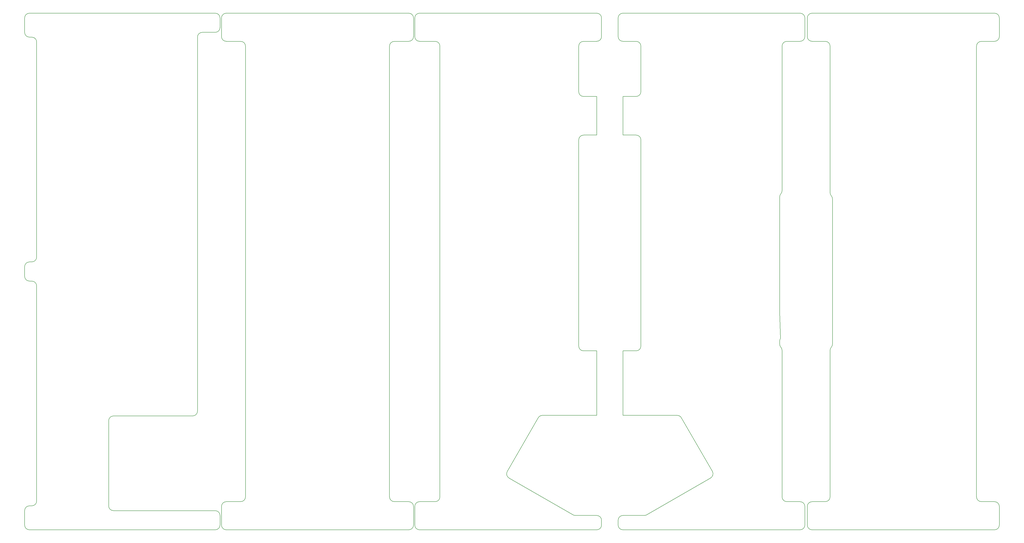
<source format=gbr>
%TF.GenerationSoftware,KiCad,Pcbnew,9.0.1*%
%TF.CreationDate,2025-04-05T23:02:22-07:00*%
%TF.ProjectId,FlexDeploySidePanels,466c6578-4465-4706-9c6f-795369646550,3.3*%
%TF.SameCoordinates,Original*%
%TF.FileFunction,Other,User*%
%FSLAX46Y46*%
G04 Gerber Fmt 4.6, Leading zero omitted, Abs format (unit mm)*
G04 Created by KiCad (PCBNEW 9.0.1) date 2025-04-05 23:02:22*
%MOMM*%
%LPD*%
G01*
G04 APERTURE LIST*
%ADD10C,0.200000*%
G04 APERTURE END LIST*
D10*
X125195400Y-269244400D02*
G75*
G02*
X127195400Y-267244400I2000000J0D01*
G01*
X415213400Y-312744400D02*
G75*
G02*
X413213400Y-314744400I-2000000J0D01*
G01*
X418213400Y-110994400D02*
G75*
G02*
X416213400Y-108994400I0J2000000D01*
G01*
X261195400Y-110994400D02*
X254705400Y-110994400D01*
X93195400Y-210994400D02*
G75*
G02*
X95195400Y-212994400I0J-2000000D01*
G01*
X418213400Y-302994400D02*
X423713400Y-302994400D01*
X418213400Y-110994400D02*
G75*
G02*
X416213400Y-108994400I0J2000000D01*
G01*
X413213400Y-99244400D02*
G75*
G02*
X415213400Y-101244400I0J-2000000D01*
G01*
X415213400Y-304994400D02*
X415213400Y-312744400D01*
X362024725Y-266995359D02*
X339413400Y-266995359D01*
X172195400Y-304994400D02*
X172195400Y-312744400D01*
X169595400Y-107244400D02*
X164195400Y-107244400D01*
X182195400Y-300994400D02*
G75*
G02*
X180195400Y-302994400I-2000000J0D01*
G01*
X321005400Y-112994400D02*
G75*
G02*
X323005400Y-110994400I2000000J0D01*
G01*
X182195400Y-300994400D02*
G75*
G02*
X180195400Y-302994400I-2000000J0D01*
G01*
X494213400Y-302994400D02*
G75*
G02*
X496213400Y-304994400I0J-2000000D01*
G01*
X242195400Y-112994400D02*
G75*
G02*
X244195400Y-110994400I2000000J0D01*
G01*
X93195400Y-210994400D02*
X92195400Y-210994400D01*
X92195400Y-109244400D02*
G75*
G02*
X90195400Y-107244400I0J2000000D01*
G01*
X405713400Y-239908101D02*
X405713400Y-300994400D01*
X162195400Y-265244400D02*
G75*
G02*
X160195400Y-267244400I-2000000J0D01*
G01*
X90195400Y-101244400D02*
X90195400Y-107244400D01*
X346913400Y-152094400D02*
X346913400Y-238094400D01*
X252705400Y-304994400D02*
X252705400Y-312744400D01*
X254705400Y-110994400D02*
G75*
G02*
X252705400Y-108994400I0J2000000D01*
G01*
X171595400Y-308744400D02*
X171595400Y-312744400D01*
X252705400Y-101244400D02*
X252705400Y-108994400D01*
X244195400Y-302994400D02*
X250195400Y-302994400D01*
X323005400Y-133994400D02*
G75*
G02*
X321005400Y-131994400I0J2000000D01*
G01*
X425713400Y-174080699D02*
X425713400Y-112994400D01*
X405213400Y-238585225D02*
G75*
G02*
X405713400Y-239908101I-1500000J-1322875D01*
G01*
X92195400Y-210994400D02*
X93195400Y-210994400D01*
X125195400Y-269244400D02*
X125195400Y-304744400D01*
X242195400Y-112994400D02*
G75*
G02*
X244195400Y-110994400I2000000J0D01*
G01*
X254705400Y-314744400D02*
X328505400Y-314744400D01*
X330505400Y-108994400D02*
G75*
G02*
X328505400Y-110994400I-2000000J0D01*
G01*
X494213400Y-99244400D02*
G75*
G02*
X496213400Y-101244400I0J-2000000D01*
G01*
X413213400Y-314744400D02*
X339413400Y-314744400D01*
X171595400Y-105244400D02*
G75*
G02*
X169595400Y-107244400I-2000000J0D01*
G01*
X339413400Y-110994400D02*
G75*
G02*
X337413400Y-108994400I0J2000000D01*
G01*
X252195400Y-312744400D02*
G75*
G02*
X250195400Y-314744400I-2000000J0D01*
G01*
X95195400Y-200994400D02*
G75*
G02*
X93195400Y-202994400I-2000000J0D01*
G01*
X416213400Y-101244400D02*
G75*
G02*
X418213400Y-99244400I2000000J0D01*
G01*
X162195400Y-223994400D02*
X162195400Y-189994400D01*
X413213400Y-110994400D02*
X407713400Y-110994400D01*
X90195400Y-204994400D02*
X90195400Y-208994400D01*
X339413400Y-110994400D02*
G75*
G02*
X337413400Y-108994400I0J2000000D01*
G01*
X242195400Y-300994400D02*
X242195400Y-281994400D01*
X488713400Y-302994400D02*
X494213400Y-302994400D01*
X321005400Y-152094400D02*
G75*
G02*
X323005400Y-150094400I2000000J0D01*
G01*
X346913400Y-131994400D02*
X346913400Y-112994400D01*
X252705400Y-304994400D02*
G75*
G02*
X254705400Y-302994400I2000000J0D01*
G01*
X95195400Y-302744400D02*
G75*
G02*
X93195400Y-304744400I-2000000J0D01*
G01*
X416213400Y-101244400D02*
G75*
G02*
X418213400Y-99244400I2000000J0D01*
G01*
X494213400Y-99244400D02*
X418213400Y-99244400D01*
X321005400Y-238094400D02*
X321005400Y-152094400D01*
X174195400Y-302994400D02*
X180195400Y-302994400D01*
X425713400Y-239908101D02*
G75*
G02*
X426213400Y-238585225I2000000J1D01*
G01*
X291971425Y-293110096D02*
G75*
G02*
X291239313Y-290378009I999975J1732096D01*
G01*
X494213400Y-302994400D02*
X488713400Y-302994400D01*
X330505400Y-108994400D02*
G75*
G02*
X328505400Y-110994400I-2000000J0D01*
G01*
X169595400Y-99244400D02*
G75*
G02*
X171595400Y-101244400I0J-2000000D01*
G01*
X494213400Y-314744400D02*
X418213400Y-314744400D01*
X344913400Y-110994400D02*
X339413400Y-110994400D01*
X242195400Y-269994400D02*
X242195400Y-143994400D01*
X407713400Y-110994400D02*
X413213400Y-110994400D01*
X346913400Y-238094400D02*
X346913400Y-152094400D01*
X407713400Y-302994400D02*
G75*
G02*
X405713400Y-300994400I0J2000000D01*
G01*
X337413400Y-101244400D02*
G75*
G02*
X339413400Y-99244400I2000000J0D01*
G01*
X496213400Y-312744400D02*
G75*
G02*
X494213400Y-314744400I-2000000J0D01*
G01*
X413213400Y-99244400D02*
X339413400Y-99244400D01*
X250195400Y-302994400D02*
G75*
G02*
X252195400Y-304994400I0J-2000000D01*
G01*
X321005400Y-131994400D02*
X321005400Y-112994400D01*
X318586733Y-308476451D02*
X291971425Y-293110096D01*
X494213400Y-302994400D02*
G75*
G02*
X496213400Y-304994400I0J-2000000D01*
G01*
X375947375Y-293110096D02*
X349332067Y-308476451D01*
X323005400Y-133994400D02*
X328505400Y-133994400D01*
X182195400Y-235994400D02*
X182195400Y-300994400D01*
X425713400Y-112994400D02*
X425713400Y-174080699D01*
X90195400Y-312744400D02*
X90195400Y-306744400D01*
X93195400Y-210994400D02*
G75*
G02*
X95195400Y-212994400I0J-2000000D01*
G01*
X323005400Y-240094400D02*
G75*
G02*
X321005400Y-238094400I0J2000000D01*
G01*
X319586733Y-308744400D02*
X328505400Y-308744400D01*
X418213400Y-110994400D02*
X423713400Y-110994400D01*
X339413400Y-110994400D02*
X344913400Y-110994400D01*
X90195400Y-204994400D02*
G75*
G02*
X92195400Y-202994400I2000000J0D01*
G01*
X252705400Y-312744400D02*
X252705400Y-304994400D01*
X496213400Y-108994400D02*
X496213400Y-101244400D01*
X337413400Y-101244400D02*
X337413400Y-108994400D01*
X346913400Y-238094400D02*
G75*
G02*
X344913400Y-240094400I-2000000J0D01*
G01*
X337413400Y-310744400D02*
G75*
G02*
X339413400Y-308744400I2000000J0D01*
G01*
X426213400Y-175403575D02*
G75*
G02*
X425713400Y-174080699I1500000J1322875D01*
G01*
X254705400Y-110994400D02*
X261195400Y-110994400D01*
X171595400Y-101244400D02*
X171595400Y-105244400D01*
X330505400Y-312744400D02*
G75*
G02*
X328505400Y-314744400I-2000000J0D01*
G01*
X339413400Y-314744400D02*
G75*
G02*
X337413400Y-312744400I0J2000000D01*
G01*
X291239375Y-290378045D02*
X304162024Y-267995359D01*
X405713400Y-173262349D02*
G75*
G02*
X405213425Y-174585247I-2000000J-51D01*
G01*
X346913400Y-112994400D02*
X346913400Y-131994400D01*
X330505400Y-310744400D02*
X330505400Y-312744400D01*
X162195400Y-265244400D02*
X162195400Y-235994400D01*
X252705400Y-101244400D02*
G75*
G02*
X254705400Y-99244400I2000000J0D01*
G01*
X337413400Y-312744400D02*
X337413400Y-310744400D01*
X182195400Y-112994400D02*
X182195400Y-177994400D01*
X254705400Y-110994400D02*
G75*
G02*
X252705400Y-108994400I0J2000000D01*
G01*
X407713400Y-302994400D02*
G75*
G02*
X405713400Y-300994400I0J2000000D01*
G01*
X413213400Y-99244400D02*
G75*
G02*
X415213400Y-101244400I0J-2000000D01*
G01*
X339413400Y-133994400D02*
X344913400Y-133994400D01*
X250195400Y-110994400D02*
X244195400Y-110994400D01*
X415213400Y-312744400D02*
X415213400Y-304994400D01*
X423713400Y-110994400D02*
X418213400Y-110994400D01*
X404713400Y-175908101D02*
G75*
G02*
X405213400Y-174585225I2000000J1D01*
G01*
X160195400Y-267244400D02*
X127195400Y-267244400D01*
X92195400Y-109244400D02*
X93195400Y-109244400D01*
X254705400Y-314744400D02*
G75*
G02*
X252705400Y-312744400I0J2000000D01*
G01*
X92195400Y-99244400D02*
X169595400Y-99244400D01*
X263195400Y-300994400D02*
G75*
G02*
X261195400Y-302994400I-2000000J0D01*
G01*
X252705400Y-108994400D02*
X252705400Y-101244400D01*
X93195400Y-109244400D02*
G75*
G02*
X95195400Y-111244400I0J-2000000D01*
G01*
X93195400Y-304744400D02*
X92195400Y-304744400D01*
X425713400Y-239908101D02*
X425713400Y-300994400D01*
X169595400Y-306744400D02*
G75*
G02*
X171595400Y-308744400I0J-2000000D01*
G01*
X169595400Y-314744400D02*
X92195400Y-314744400D01*
X93195400Y-109244400D02*
G75*
G02*
X95195400Y-111244400I0J-2000000D01*
G01*
X242195400Y-131994400D02*
X242195400Y-112994400D01*
X95195400Y-302744400D02*
G75*
G02*
X93195400Y-304744400I-2000000J0D01*
G01*
X250195400Y-99244400D02*
X174195400Y-99244400D01*
X172195400Y-304994400D02*
G75*
G02*
X174195400Y-302994400I2000000J0D01*
G01*
X321005400Y-112994400D02*
X321005400Y-131994400D01*
X376679425Y-290378045D02*
X363756776Y-267995359D01*
X426713400Y-237262349D02*
X426713400Y-176726451D01*
X169595400Y-99244400D02*
G75*
G02*
X171595400Y-101244400I0J-2000000D01*
G01*
X323005400Y-240094400D02*
X328505400Y-240094400D01*
X172195400Y-101244400D02*
G75*
G02*
X174195400Y-99244400I2000000J0D01*
G01*
X404713400Y-223994400D02*
X404718003Y-224130018D01*
X172195400Y-304994400D02*
G75*
G02*
X174195400Y-302994400I2000000J0D01*
G01*
X344913400Y-150094400D02*
X339413400Y-150094400D01*
X328505400Y-240094400D02*
X328505400Y-266995359D01*
X252195400Y-304994400D02*
X252195400Y-312744400D01*
X174195400Y-99244400D02*
X250195400Y-99244400D01*
X404713400Y-175908101D02*
G75*
G02*
X405213400Y-174585225I2000000J1D01*
G01*
X330505400Y-312744400D02*
G75*
G02*
X328505400Y-314744400I-2000000J0D01*
G01*
X92195400Y-304744400D02*
X93195400Y-304744400D01*
X415213400Y-108994400D02*
X415213400Y-101244400D01*
X404713400Y-235994400D02*
G75*
G02*
X405081477Y-234838187I2000000J0D01*
G01*
X162195400Y-265244400D02*
G75*
G02*
X160195400Y-267244400I-2000000J0D01*
G01*
X330505400Y-101244400D02*
X330505400Y-108994400D01*
X321005400Y-152094400D02*
X321005400Y-238094400D01*
X348332067Y-308744400D02*
X339413400Y-308744400D01*
X404718003Y-224130018D02*
X405081477Y-234838187D01*
X362024725Y-266995359D02*
G75*
G02*
X363756775Y-267995360I-25J-2000041D01*
G01*
X180195400Y-110994400D02*
G75*
G02*
X182195400Y-112994400I0J-2000000D01*
G01*
X90195400Y-306744400D02*
X90195400Y-312744400D01*
X496213400Y-312744400D02*
X496213400Y-304994400D01*
X291971425Y-293110096D02*
X318586733Y-308476451D01*
X92195400Y-109244400D02*
G75*
G02*
X90195400Y-107244400I0J2000000D01*
G01*
X346913400Y-131994400D02*
G75*
G02*
X344913400Y-133994400I-2000000J0D01*
G01*
X339413400Y-99244400D02*
X413213400Y-99244400D01*
X425713400Y-300994400D02*
G75*
G02*
X423713400Y-302994400I-2000000J0D01*
G01*
X415213400Y-108994400D02*
G75*
G02*
X413213400Y-110994400I-2000000J0D01*
G01*
X339413400Y-308744400D02*
X348332067Y-308744400D01*
X426713400Y-237262349D02*
G75*
G02*
X426213425Y-238585247I-2000000J-51D01*
G01*
X405713400Y-112994400D02*
G75*
G02*
X407713400Y-110994400I2000000J0D01*
G01*
X496213400Y-108994400D02*
G75*
G02*
X494213400Y-110994400I-2000000J0D01*
G01*
X328505400Y-308744400D02*
G75*
G02*
X330505400Y-310744400I0J-2000000D01*
G01*
X330505400Y-108994400D02*
X330505400Y-101244400D01*
X423713400Y-302994400D02*
X418213400Y-302994400D01*
X405713400Y-112994400D02*
X405713400Y-173262349D01*
X321005400Y-112994400D02*
G75*
G02*
X323005400Y-110994400I2000000J0D01*
G01*
X339413400Y-314744400D02*
X413213400Y-314744400D01*
X252195400Y-108994400D02*
G75*
G02*
X250195400Y-110994400I-2000000J0D01*
G01*
X486713400Y-112994400D02*
X486713400Y-300994400D01*
X376679425Y-290378045D02*
G75*
G02*
X375947339Y-293110034I-1732025J-999955D01*
G01*
X376679425Y-290378045D02*
G75*
G02*
X375947339Y-293110034I-1732025J-999955D01*
G01*
X261195400Y-302994400D02*
X254705400Y-302994400D01*
X423713400Y-110994400D02*
G75*
G02*
X425713400Y-112994400I0J-2000000D01*
G01*
X250195400Y-302994400D02*
X244195400Y-302994400D01*
X169595400Y-99244400D02*
X92195400Y-99244400D01*
X423713400Y-110994400D02*
G75*
G02*
X425713400Y-112994400I0J-2000000D01*
G01*
X404713400Y-237262349D02*
X404713400Y-235994400D01*
X405713400Y-300994400D02*
X405713400Y-239908101D01*
X92195400Y-210994400D02*
G75*
G02*
X90195400Y-208994400I0J2000000D01*
G01*
X92195400Y-210994400D02*
G75*
G02*
X90195400Y-208994400I0J2000000D01*
G01*
X95195400Y-200994400D02*
G75*
G02*
X93195400Y-202994400I-2000000J0D01*
G01*
X496213400Y-304994400D02*
X496213400Y-312744400D01*
X404713400Y-175908101D02*
X404713400Y-223994400D01*
X416213400Y-304994400D02*
G75*
G02*
X418213400Y-302994400I2000000J0D01*
G01*
X174195400Y-110994400D02*
G75*
G02*
X172195400Y-108994400I0J2000000D01*
G01*
X426213400Y-175403575D02*
G75*
G02*
X425713400Y-174080699I1500000J1322875D01*
G01*
X328505400Y-150094400D02*
X323005400Y-150094400D01*
X416213400Y-108994400D02*
X416213400Y-101244400D01*
X304162024Y-267995359D02*
G75*
G02*
X305894075Y-266995358I1732076J-1000041D01*
G01*
X92195400Y-314744400D02*
X169595400Y-314744400D01*
X263195400Y-112994400D02*
X263195400Y-131994400D01*
X162195400Y-109244400D02*
G75*
G02*
X164195400Y-107244400I2000000J0D01*
G01*
X172195400Y-101244400D02*
X172195400Y-108994400D01*
X319586733Y-308744400D02*
G75*
G02*
X318586725Y-308476465I-33J2000000D01*
G01*
X344913400Y-110994400D02*
G75*
G02*
X346913400Y-112994400I0J-2000000D01*
G01*
X174195400Y-314744400D02*
G75*
G02*
X172195400Y-312744400I0J2000000D01*
G01*
X425713400Y-300994400D02*
G75*
G02*
X423713400Y-302994400I-2000000J0D01*
G01*
X254705400Y-99244400D02*
X328505400Y-99244400D01*
X250195400Y-99244400D02*
G75*
G02*
X252195400Y-101244400I0J-2000000D01*
G01*
X171595400Y-312744400D02*
G75*
G02*
X169595400Y-314744400I-2000000J0D01*
G01*
X250195400Y-302994400D02*
G75*
G02*
X252195400Y-304994400I0J-2000000D01*
G01*
X263195400Y-300994400D02*
X263195400Y-112994400D01*
X405213400Y-238585225D02*
G75*
G02*
X405713400Y-239908101I-1500000J-1322875D01*
G01*
X413213400Y-302994400D02*
X407713400Y-302994400D01*
X488713400Y-302994400D02*
G75*
G02*
X486713400Y-300994400I0J2000000D01*
G01*
X328505400Y-99244400D02*
G75*
G02*
X330505400Y-101244400I0J-2000000D01*
G01*
X263195400Y-143994400D02*
X263195400Y-269994400D01*
X328505400Y-99244400D02*
X254705400Y-99244400D01*
X171595400Y-105244400D02*
X171595400Y-101244400D01*
X252195400Y-312744400D02*
G75*
G02*
X250195400Y-314744400I-2000000J0D01*
G01*
X339413400Y-314744400D02*
G75*
G02*
X337413400Y-312744400I0J2000000D01*
G01*
X328505400Y-110994400D02*
X323005400Y-110994400D01*
X344913400Y-150094400D02*
G75*
G02*
X346913400Y-152094400I0J-2000000D01*
G01*
X164195400Y-107244400D02*
X169595400Y-107244400D01*
X250195400Y-99244400D02*
G75*
G02*
X252195400Y-101244400I0J-2000000D01*
G01*
X425713400Y-239908101D02*
G75*
G02*
X426213400Y-238585225I2000000J1D01*
G01*
X418213400Y-99244400D02*
X494213400Y-99244400D01*
X162195400Y-177994400D02*
X162195400Y-109244400D01*
X496213400Y-108994400D02*
G75*
G02*
X494213400Y-110994400I-2000000J0D01*
G01*
X162195400Y-109244400D02*
G75*
G02*
X164195400Y-107244400I2000000J0D01*
G01*
X95195400Y-302744400D02*
X95195400Y-212994400D01*
X362024725Y-266995359D02*
G75*
G02*
X363756775Y-267995360I-25J-2000041D01*
G01*
X339413400Y-240094400D02*
X344913400Y-240094400D01*
X127195400Y-306744400D02*
X169595400Y-306744400D01*
X496213400Y-312744400D02*
G75*
G02*
X494213400Y-314744400I-2000000J0D01*
G01*
X328505400Y-314744400D02*
X254705400Y-314744400D01*
X363756776Y-267995359D02*
X376679425Y-290378045D01*
X242195400Y-112994400D02*
X242195400Y-300994400D01*
X90195400Y-204994400D02*
G75*
G02*
X92195400Y-202994400I2000000J0D01*
G01*
X404713400Y-223994400D02*
X404713400Y-189994400D01*
X90195400Y-306744400D02*
G75*
G02*
X92195400Y-304744400I2000000J0D01*
G01*
X90195400Y-107244400D02*
X90195400Y-101244400D01*
X90195400Y-101244400D02*
G75*
G02*
X92195400Y-99244400I2000000J0D01*
G01*
X252195400Y-101244400D02*
X252195400Y-108994400D01*
X95195400Y-212994400D02*
X95195400Y-302744400D01*
X263195400Y-300994400D02*
G75*
G02*
X261195400Y-302994400I-2000000J0D01*
G01*
X93195400Y-109244400D02*
X92195400Y-109244400D01*
X263195400Y-281994400D02*
X263195400Y-300994400D01*
X92195400Y-202994400D02*
X93195400Y-202994400D01*
X426213400Y-175403575D02*
G75*
G02*
X426713366Y-176726451I-1500000J-1322825D01*
G01*
X337413400Y-108994400D02*
X337413400Y-101244400D01*
X171595400Y-312744400D02*
G75*
G02*
X169595400Y-314744400I-2000000J0D01*
G01*
X418213400Y-314744400D02*
G75*
G02*
X416213400Y-312744400I0J2000000D01*
G01*
X413213400Y-302994400D02*
G75*
G02*
X415213400Y-304994400I0J-2000000D01*
G01*
X486713400Y-112994400D02*
G75*
G02*
X488713400Y-110994400I2000000J0D01*
G01*
X415213400Y-108994400D02*
G75*
G02*
X413213400Y-110994400I-2000000J0D01*
G01*
X418213400Y-314744400D02*
G75*
G02*
X416213400Y-312744400I0J2000000D01*
G01*
X425713400Y-300994400D02*
X425713400Y-239908101D01*
X261195400Y-110994400D02*
G75*
G02*
X263195400Y-112994400I0J-2000000D01*
G01*
X426713400Y-189994400D02*
X426713400Y-223994400D01*
X337413400Y-310744400D02*
G75*
G02*
X339413400Y-308744400I2000000J0D01*
G01*
X416213400Y-101244400D02*
X416213400Y-108994400D01*
X496213400Y-101244400D02*
X496213400Y-108994400D01*
X416213400Y-304994400D02*
X416213400Y-312744400D01*
X404713400Y-235994400D02*
X404713400Y-237262349D01*
X337413400Y-310744400D02*
X337413400Y-312744400D01*
X486713400Y-300994400D02*
X486713400Y-112994400D01*
X252195400Y-108994400D02*
G75*
G02*
X250195400Y-110994400I-2000000J0D01*
G01*
X330505400Y-312744400D02*
X330505400Y-310744400D01*
X416213400Y-304994400D02*
G75*
G02*
X418213400Y-302994400I2000000J0D01*
G01*
X180195400Y-110994400D02*
G75*
G02*
X182195400Y-112994400I0J-2000000D01*
G01*
X415213400Y-101244400D02*
X415213400Y-108994400D01*
X174195400Y-110994400D02*
X180195400Y-110994400D01*
X180195400Y-302994400D02*
X174195400Y-302994400D01*
X127195400Y-306744400D02*
G75*
G02*
X125195400Y-304744400I0J2000000D01*
G01*
X250195400Y-314744400D02*
X174195400Y-314744400D01*
X252705400Y-101244400D02*
G75*
G02*
X254705400Y-99244400I2000000J0D01*
G01*
X426713400Y-237262349D02*
G75*
G02*
X426213425Y-238585247I-2000000J-51D01*
G01*
X244195400Y-302994400D02*
G75*
G02*
X242195400Y-300994400I0J2000000D01*
G01*
X304162024Y-267995359D02*
G75*
G02*
X305894075Y-266995358I1732076J-1000041D01*
G01*
X244195400Y-110994400D02*
X250195400Y-110994400D01*
X418213400Y-314744400D02*
X494213400Y-314744400D01*
X339413400Y-266995359D02*
X339413400Y-240094400D01*
X252195400Y-108994400D02*
X252195400Y-101244400D01*
X328505400Y-133994400D02*
X328505400Y-150094400D01*
X95195400Y-200994400D02*
X95195400Y-111244400D01*
X323005400Y-110994400D02*
X328505400Y-110994400D01*
X127195400Y-267244400D02*
X160195400Y-267244400D01*
X92195400Y-314744400D02*
G75*
G02*
X90195400Y-312744400I0J2000000D01*
G01*
X172195400Y-312744400D02*
X172195400Y-304994400D01*
X254705400Y-302994400D02*
X261195400Y-302994400D01*
X488713400Y-302994400D02*
G75*
G02*
X486713400Y-300994400I0J2000000D01*
G01*
X328505400Y-99244400D02*
G75*
G02*
X330505400Y-101244400I0J-2000000D01*
G01*
X486713400Y-112994400D02*
G75*
G02*
X488713400Y-110994400I2000000J0D01*
G01*
X488713400Y-110994400D02*
X494213400Y-110994400D01*
X244195400Y-302994400D02*
G75*
G02*
X242195400Y-300994400I0J2000000D01*
G01*
X95195400Y-111244400D02*
X95195400Y-200994400D01*
X93195400Y-202994400D02*
X92195400Y-202994400D01*
X171595400Y-105244400D02*
G75*
G02*
X169595400Y-107244400I-2000000J0D01*
G01*
X413213400Y-302994400D02*
G75*
G02*
X415213400Y-304994400I0J-2000000D01*
G01*
X405213400Y-238585225D02*
G75*
G02*
X404713434Y-237262349I1500000J1322825D01*
G01*
X494213400Y-99244400D02*
G75*
G02*
X496213400Y-101244400I0J-2000000D01*
G01*
X92195400Y-314744400D02*
G75*
G02*
X90195400Y-312744400I0J2000000D01*
G01*
X169595400Y-306744400D02*
G75*
G02*
X171595400Y-308744400I0J-2000000D01*
G01*
X125195400Y-304744400D02*
X125195400Y-269244400D01*
X254705400Y-314744400D02*
G75*
G02*
X252705400Y-312744400I0J2000000D01*
G01*
X162195400Y-109244400D02*
X162195400Y-265244400D01*
X172195400Y-101244400D02*
G75*
G02*
X174195400Y-99244400I2000000J0D01*
G01*
X328505400Y-266995359D02*
X305894075Y-266995359D01*
X404713400Y-177994400D02*
X404713400Y-175908101D01*
X171595400Y-312744400D02*
X171595400Y-308744400D01*
X416213400Y-312744400D02*
X416213400Y-304994400D01*
X426213400Y-175403575D02*
G75*
G02*
X426713366Y-176726451I-1500000J-1322825D01*
G01*
X172195400Y-108994400D02*
X172195400Y-101244400D01*
X415213400Y-312744400D02*
G75*
G02*
X413213400Y-314744400I-2000000J0D01*
G01*
X349332067Y-308476451D02*
G75*
G02*
X348332067Y-308744384I-999967J1732051D01*
G01*
X328505400Y-308744400D02*
G75*
G02*
X330505400Y-310744400I0J-2000000D01*
G01*
X337413400Y-101244400D02*
G75*
G02*
X339413400Y-99244400I2000000J0D01*
G01*
X90195400Y-306744400D02*
G75*
G02*
X92195400Y-304744400I2000000J0D01*
G01*
X405213400Y-238585225D02*
G75*
G02*
X404713434Y-237262349I1500000J1322825D01*
G01*
X90195400Y-101244400D02*
G75*
G02*
X92195400Y-99244400I2000000J0D01*
G01*
X349332067Y-308476451D02*
G75*
G02*
X348332067Y-308744384I-999967J1732051D01*
G01*
X304162024Y-267995359D02*
X291239375Y-290378045D01*
X125195400Y-269244400D02*
G75*
G02*
X127195400Y-267244400I2000000J0D01*
G01*
X319586733Y-308744400D02*
G75*
G02*
X318586725Y-308476465I-33J2000000D01*
G01*
X182195400Y-300994400D02*
X182195400Y-112994400D01*
X174195400Y-314744400D02*
G75*
G02*
X172195400Y-312744400I0J2000000D01*
G01*
X169595400Y-306744400D02*
X127195400Y-306744400D01*
X328505400Y-308744400D02*
X319586733Y-308744400D01*
X349332067Y-308476451D02*
X375947375Y-293110096D01*
X252195400Y-312744400D02*
X252195400Y-304994400D01*
X180195400Y-110994400D02*
X174195400Y-110994400D01*
X291971425Y-293110096D02*
G75*
G02*
X291239313Y-290378009I999975J1732096D01*
G01*
X407713400Y-302994400D02*
X413213400Y-302994400D01*
X174195400Y-314744400D02*
X250195400Y-314744400D01*
X261195400Y-110994400D02*
G75*
G02*
X263195400Y-112994400I0J-2000000D01*
G01*
X405713400Y-173262349D02*
X405713400Y-112994400D01*
X90195400Y-208994400D02*
X90195400Y-204994400D01*
X127195400Y-306744400D02*
G75*
G02*
X125195400Y-304744400I0J2000000D01*
G01*
X426713400Y-235994400D02*
X426713400Y-237262349D01*
X339413400Y-150094400D02*
X339413400Y-133994400D01*
X252705400Y-304994400D02*
G75*
G02*
X254705400Y-302994400I2000000J0D01*
G01*
X182195400Y-189994400D02*
X182195400Y-223994400D01*
X405713400Y-112994400D02*
G75*
G02*
X407713400Y-110994400I2000000J0D01*
G01*
X174195400Y-110994400D02*
G75*
G02*
X172195400Y-108994400I0J2000000D01*
G01*
X405713400Y-173262349D02*
G75*
G02*
X405213425Y-174585247I-2000000J-51D01*
G01*
X426713400Y-176726451D02*
X426713400Y-177994400D01*
X494213400Y-110994400D02*
X488713400Y-110994400D01*
X344913400Y-110994400D02*
G75*
G02*
X346913400Y-112994400I0J-2000000D01*
G01*
M02*

</source>
